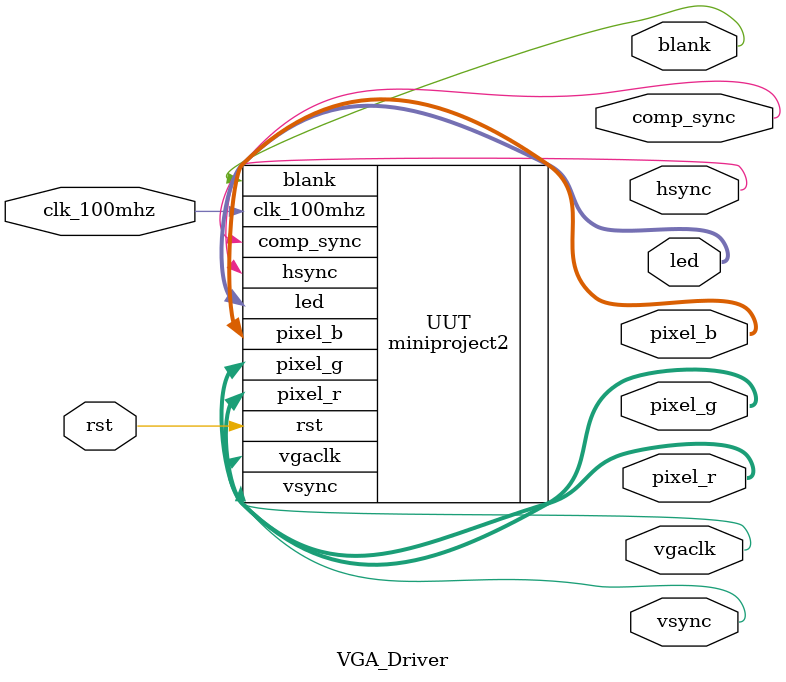
<source format=v>
`timescale 1ns / 1ps
module VGA_Driver(
						input wire  clk_100mhz,
						input wire  rst,
						output wire vsync,
						output wire hsync,
						output wire blank,
						output wire comp_sync,
						output wire [7:0] pixel_r,
						output wire [7:0] pixel_g,
						output wire [7:0] pixel_b,
						output wire vgaclk,
						output wire [3:0] led
					  );

miniproject2 UUT (
                     .clk_100mhz(clk_100mhz),
                     .rst(rst),
                     .vsync(vsync),
                     .hsync(hsync),
                     .blank(blank),
                     .comp_sync(comp_sync),
                     .pixel_r(pixel_r),
                     .pixel_g(pixel_g),
                     .pixel_b(pixel_b),
                     .vgaclk(vgaclk),
                     .led(led)
                    );
endmodule

</source>
